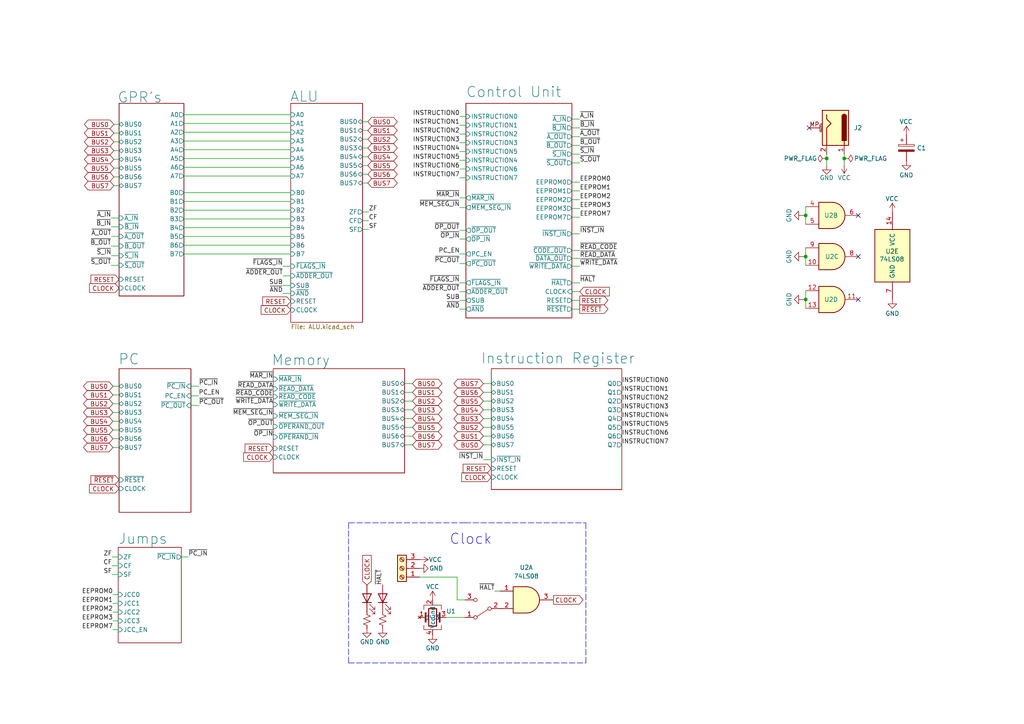
<source format=kicad_sch>
(kicad_sch (version 20211123) (generator eeschema)
  (paper "A4")
  (lib_symbols
    (symbol "74xx:74LS08" (pin_names (offset 1.016))
      (property "Reference" "U" (at 0 1.27 0))
      (property "Value" "74LS08" (at 0 -1.27 0))
      (symbol "74LS08_1_1"
        (arc (start 0 -3.81) (mid 3.81 0) (end 0 3.81) (stroke (width 0.254)) (fill (type background)))
        (polyline (pts (xy 0 3.81) (xy -3.81 3.81) (xy -3.81 -3.81) (xy 0 -3.81)) (stroke (width 0.254)) (fill (type background)))
        (pin input line (at -7.62 2.54 0) (length 3.81) (name "~") (number "1"))
        (pin input line (at -7.62 -2.54 0) (length 3.81) (name "~") (number "2"))
        (pin output line (at 7.62 0 180) (length 3.81) (name "~") (number "3"))
      )
      (symbol "74LS08_1_2"
        (arc (start -3.81 -3.81) (mid -2.589 0) (end -3.81 3.81) (stroke (width 0.254)))
        (arc (start -0.6096 -3.81) (mid 2.1855 -2.584) (end 3.81 0) (stroke (width 0.254)) (fill (type background)))
        (polyline (pts (xy -3.81 -3.81) (xy -0.635 -3.81)) (stroke (width 0.254)) (fill (type background)))
        (polyline (pts (xy -3.81 3.81) (xy -0.635 3.81)) (stroke (width 0.254)) (fill (type background)))
        (polyline (pts (xy -0.635 3.81) (xy -3.81 3.81) (xy -3.81 3.81) (xy -3.556 3.4036) (xy -3.0226 2.2606) (xy -2.6924 1.0414) (xy -2.6162 -0.254) (xy -2.7686 -1.4986) (xy -3.175 -2.7178) (xy -3.81 -3.81) (xy -3.81 -3.81) (xy -0.635 -3.81)) (stroke (width -25.4)) (fill (type background)))
        (arc (start 3.81 0) (mid 2.1928 2.5925) (end -0.6096 3.81) (stroke (width 0.254)) (fill (type background)))
        (pin input inverted (at -7.62 2.54 0) (length 4.318) (name "~") (number "1"))
        (pin input inverted (at -7.62 -2.54 0) (length 4.318) (name "~") (number "2"))
        (pin output inverted (at 7.62 0 180) (length 3.81) (name "~") (number "3"))
      )
      (symbol "74LS08_2_1"
        (arc (start 0 -3.81) (mid 3.81 0) (end 0 3.81) (stroke (width 0.254)) (fill (type background)))
        (polyline (pts (xy 0 3.81) (xy -3.81 3.81) (xy -3.81 -3.81) (xy 0 -3.81)) (stroke (width 0.254)) (fill (type background)))
        (pin input line (at -7.62 2.54 0) (length 3.81) (name "~") (number "4"))
        (pin input line (at -7.62 -2.54 0) (length 3.81) (name "~") (number "5"))
        (pin output line (at 7.62 0 180) (length 3.81) (name "~") (number "6"))
      )
      (symbol "74LS08_2_2"
        (arc (start -3.81 -3.81) (mid -2.589 0) (end -3.81 3.81) (stroke (width 0.254)))
        (arc (start -0.6096 -3.81) (mid 2.1855 -2.584) (end 3.81 0) (stroke (width 0.254)) (fill (type background)))
        (polyline (pts (xy -3.81 -3.81) (xy -0.635 -3.81)) (stroke (width 0.254)) (fill (type background)))
        (polyline (pts (xy -3.81 3.81) (xy -0.635 3.81)) (stroke (width 0.254)) (fill (type background)))
        (polyline (pts (xy -0.635 3.81) (xy -3.81 3.81) (xy -3.81 3.81) (xy -3.556 3.4036) (xy -3.0226 2.2606) (xy -2.6924 1.0414) (xy -2.6162 -0.254) (xy -2.7686 -1.4986) (xy -3.175 -2.7178) (xy -3.81 -3.81) (xy -3.81 -3.81) (xy -0.635 -3.81)) (stroke (width -25.4)) (fill (type background)))
        (arc (start 3.81 0) (mid 2.1928 2.5925) (end -0.6096 3.81) (stroke (width 0.254)) (fill (type background)))
        (pin input inverted (at -7.62 2.54 0) (length 4.318) (name "~") (number "4"))
        (pin input inverted (at -7.62 -2.54 0) (length 4.318) (name "~") (number "5"))
        (pin output inverted (at 7.62 0 180) (length 3.81) (name "~") (number "6"))
      )
      (symbol "74LS08_3_1"
        (arc (start 0 -3.81) (mid 3.81 0) (end 0 3.81) (stroke (width 0.254)) (fill (type background)))
        (polyline (pts (xy 0 3.81) (xy -3.81 3.81) (xy -3.81 -3.81) (xy 0 -3.81)) (stroke (width 0.254)) (fill (type background)))
        (pin input line (at -7.62 -2.54 0) (length 3.81) (name "~") (number "10"))
        (pin output line (at 7.62 0 180) (length 3.81) (name "~") (number "8"))
        (pin input line (at -7.62 2.54 0) (length 3.81) (name "~") (number "9"))
      )
      (symbol "74LS08_3_2"
        (arc (start -3.81 -3.81) (mid -2.589 0) (end -3.81 3.81) (stroke (width 0.254)))
        (arc (start -0.6096 -3.81) (mid 2.1855 -2.584) (end 3.81 0) (stroke (width 0.254)) (fill (type background)))
        (polyline (pts (xy -3.81 -3.81) (xy -0.635 -3.81)) (stroke (width 0.254)) (fill (type background)))
        (polyline (pts (xy -3.81 3.81) (xy -0.635 3.81)) (stroke (width 0.254)) (fill (type background)))
        (polyline (pts (xy -0.635 3.81) (xy -3.81 3.81) (xy -3.81 3.81) (xy -3.556 3.4036) (xy -3.0226 2.2606) (xy -2.6924 1.0414) (xy -2.6162 -0.254) (xy -2.7686 -1.4986) (xy -3.175 -2.7178) (xy -3.81 -3.81) (xy -3.81 -3.81) (xy -0.635 -3.81)) (stroke (width -25.4)) (fill (type background)))
        (arc (start 3.81 0) (mid 2.1928 2.5925) (end -0.6096 3.81) (stroke (width 0.254)) (fill (type background)))
        (pin input inverted (at -7.62 -2.54 0) (length 4.318) (name "~") (number "10"))
        (pin output inverted (at 7.62 0 180) (length 3.81) (name "~") (number "8"))
        (pin input inverted (at -7.62 2.54 0) (length 4.318) (name "~") (number "9"))
      )
      (symbol "74LS08_4_1"
        (arc (start 0 -3.81) (mid 3.81 0) (end 0 3.81) (stroke (width 0.254)) (fill (type background)))
        (polyline (pts (xy 0 3.81) (xy -3.81 3.81) (xy -3.81 -3.81) (xy 0 -3.81)) (stroke (width 0.254)) (fill (type background)))
        (pin output line (at 7.62 0 180) (length 3.81) (name "~") (number "11"))
        (pin input line (at -7.62 2.54 0) (length 3.81) (name "~") (number "12"))
        (pin input line (at -7.62 -2.54 0) (length 3.81) (name "~") (number "13"))
      )
      (symbol "74LS08_4_2"
        (arc (start -3.81 -3.81) (mid -2.589 0) (end -3.81 3.81) (stroke (width 0.254)))
        (arc (start -0.6096 -3.81) (mid 2.1855 -2.584) (end 3.81 0) (stroke (width 0.254)) (fill (type background)))
        (polyline (pts (xy -3.81 -3.81) (xy -0.635 -3.81)) (stroke (width 0.254)) (fill (type background)))
        (polyline (pts (xy -3.81 3.81) (xy -0.635 3.81)) (stroke (width 0.254)) (fill (type background)))
        (polyline (pts (xy -0.635 3.81) (xy -3.81 3.81) (xy -3.81 3.81) (xy -3.556 3.4036) (xy -3.0226 2.2606) (xy -2.6924 1.0414) (xy -2.6162 -0.254) (xy -2.7686 -1.4986) (xy -3.175 -2.7178) (xy -3.81 -3.81) (xy -3.81 -3.81) (xy -0.635 -3.81)) (stroke (width -25.4)) (fill (type background)))
        (arc (start 3.81 0) (mid 2.1928 2.5925) (end -0.6096 3.81) (stroke (width 0.254)) (fill (type background)))
        (pin output inverted (at 7.62 0 180) (length 3.81) (name "~") (number "11"))
        (pin input inverted (at -7.62 2.54 0) (length 4.318) (name "~") (number "12"))
        (pin input inverted (at -7.62 -2.54 0) (length 4.318) (name "~") (number "13"))
      )
      (symbol "74LS08_5_0"
        (pin power_in line (at 0 12.7 270) (length 5.08) (name "VCC") (number "14"))
        (pin power_in line (at 0 -12.7 90) (length 5.08) (name "GND") (number "7"))
      )
      (symbol "74LS08_5_1"
        (rectangle (start -5.08 7.62) (end 5.08 -7.62) (stroke (width 0.254)) (fill (type background)))
      )
    )
    (symbol "Connector:Barrel_Jack_MountingPin" (pin_names hide)
      (property "Reference" "J" (at 0 5.334 0))
      (property "Value" "Barrel_Jack_MountingPin" (at 1.27 -6.35 0))
      (symbol "Barrel_Jack_MountingPin_0_1"
        (rectangle (start -5.08 3.81) (end 5.08 -3.81) (stroke (width 0.254)) (fill (type background)))
        (arc (start -3.302 3.175) (mid -3.937 2.54) (end -3.302 1.905) (stroke (width 0.254)))
        (arc (start -3.302 3.175) (mid -3.937 2.54) (end -3.302 1.905) (stroke (width 0.254)) (fill (type outline)))
        (polyline (pts (xy 5.08 2.54) (xy 3.81 2.54)) (stroke (width 0.254)))
        (polyline (pts (xy -3.81 -2.54) (xy -2.54 -2.54) (xy -1.27 -1.27) (xy 0 -2.54) (xy 2.54 -2.54) (xy 5.08 -2.54)) (stroke (width 0.254)))
        (rectangle (start 3.683 3.175) (end -3.302 1.905) (stroke (width 0.254)) (fill (type outline)))
      )
      (symbol "Barrel_Jack_MountingPin_1_1"
        (polyline (pts (xy -1.016 -4.572) (xy 1.016 -4.572)) (stroke (width 0.1524)))
        (text "Mounting" (at 0 -4.191 0) (effects (font (size 0.381 0.381))))
        (pin passive line (at 7.62 2.54 180) (length 2.54) (name "~") (number "1"))
        (pin passive line (at 7.62 -2.54 180) (length 2.54) (name "~") (number "2"))
        (pin passive line (at 0 -7.62 90) (length 3.048) (name "MountPin") (number "MP"))
      )
    )
    (symbol "Connector:Screw_Terminal_01x03" (pin_names (offset 1.016) hide)
      (property "Reference" "J" (at 0 5.08 0))
      (property "Value" "Screw_Terminal_01x03" (at 0 -5.08 0))
      (symbol "Screw_Terminal_01x03_1_1"
        (rectangle (start -1.27 3.81) (end 1.27 -3.81) (stroke (width 0.254)) (fill (type background)))
        (circle (center 0 -2.54) (radius 0.635) (stroke (width 0.1524)))
        (polyline (pts (xy -0.5334 -2.2098) (xy 0.3302 -3.048)) (stroke (width 0.1524)))
        (polyline (pts (xy -0.5334 0.3302) (xy 0.3302 -0.508)) (stroke (width 0.1524)))
        (polyline (pts (xy -0.5334 2.8702) (xy 0.3302 2.032)) (stroke (width 0.1524)))
        (polyline (pts (xy -0.3556 -2.032) (xy 0.508 -2.8702)) (stroke (width 0.1524)))
        (polyline (pts (xy -0.3556 0.508) (xy 0.508 -0.3302)) (stroke (width 0.1524)))
        (polyline (pts (xy -0.3556 3.048) (xy 0.508 2.2098)) (stroke (width 0.1524)))
        (circle (center 0 0) (radius 0.635) (stroke (width 0.1524)))
        (circle (center 0 2.54) (radius 0.635) (stroke (width 0.1524)))
        (pin passive line (at -5.08 2.54 0) (length 3.81) (name "Pin_1") (number "1"))
        (pin passive line (at -5.08 0 0) (length 3.81) (name "Pin_2") (number "2"))
        (pin passive line (at -5.08 -2.54 0) (length 3.81) (name "Pin_3") (number "3"))
      )
    )
    (symbol "Device:C_Polarized" (pin_numbers hide) (pin_names (offset 0.254))
      (property "Reference" "C" (at 0.635 2.54 0))
      (property "Value" "C_Polarized" (at 0.635 -2.54 0))
      (symbol "C_Polarized_0_1"
        (rectangle (start -2.286 0.508) (end 2.286 1.016))
        (polyline (pts (xy -1.778 2.286) (xy -0.762 2.286)))
        (polyline (pts (xy -1.27 2.794) (xy -1.27 1.778)))
        (rectangle (start 2.286 -0.508) (end -2.286 -1.016) (fill (type outline)))
      )
      (symbol "C_Polarized_1_1"
        (pin passive line (at 0 3.81 270) (length 2.794) (name "~") (number "1"))
        (pin passive line (at 0 -3.81 90) (length 2.794) (name "~") (number "2"))
      )
    )
    (symbol "Device:LED" (pin_numbers hide) (pin_names (offset 1.016) hide)
      (property "Reference" "D" (at 0 2.54 0))
      (property "Value" "LED" (at 0 -2.54 0))
      (symbol "LED_0_1"
        (polyline (pts (xy -1.27 -1.27) (xy -1.27 1.27)) (stroke (width 0.254)))
        (polyline (pts (xy -1.27 0) (xy 1.27 0)))
        (polyline (pts (xy 1.27 -1.27) (xy 1.27 1.27) (xy -1.27 0) (xy 1.27 -1.27)) (stroke (width 0.254)))
        (polyline (pts (xy -3.048 -0.762) (xy -4.572 -2.286) (xy -3.81 -2.286) (xy -4.572 -2.286) (xy -4.572 -1.524)))
        (polyline (pts (xy -1.778 -0.762) (xy -3.302 -2.286) (xy -2.54 -2.286) (xy -3.302 -2.286) (xy -3.302 -1.524)))
      )
      (symbol "LED_1_1"
        (pin passive line (at -3.81 0 0) (length 2.54) (name "K") (number "1"))
        (pin passive line (at 3.81 0 180) (length 2.54) (name "A") (number "2"))
      )
    )
    (symbol "Device:R_Small_US" (pin_numbers hide) (pin_names (offset 0.254) hide)
      (property "Reference" "R" (at 0.762 0.508 0))
      (property "Value" "R_Small_US" (at 0.762 -1.016 0))
      (symbol "R_Small_US_1_1"
        (polyline (pts (xy 0 0) (xy 1.016 -0.381) (xy 0 -0.762) (xy -1.016 -1.143) (xy 0 -1.524)))
        (polyline (pts (xy 0 1.524) (xy 1.016 1.143) (xy 0 0.762) (xy -1.016 0.381) (xy 0 0)))
        (pin passive line (at 0 2.54 270) (length 1.016) (name "~") (number "1"))
        (pin passive line (at 0 -2.54 90) (length 1.016) (name "~") (number "2"))
      )
    )
    (symbol "Stephen:SMD_Crystal"
      (property "Reference" "U" (at 0 7.62 0))
      (property "Value" "SMD_Crystal" (at 0 5.08 0))
      (symbol "SMD_Crystal_0_1"
        (rectangle (start -1.143 -5.08) (end 1.143 -10.16) (stroke (width 0.3048)))
        (polyline (pts (xy -2.54 -7.62) (xy -2.032 -7.62)))
        (polyline (pts (xy -2.032 -8.89) (xy -2.032 -6.35)) (stroke (width 0.508)))
        (polyline (pts (xy 0 -11.43) (xy 0 -11.176)))
        (polyline (pts (xy 0 -4.064) (xy 0 -3.81)))
        (polyline (pts (xy 2.032 -8.89) (xy 2.032 -6.35)) (stroke (width 0.508)))
        (polyline (pts (xy 2.032 -7.62) (xy 2.54 -7.62)))
        (polyline (pts (xy -2.54 -9.906) (xy -2.54 -11.176) (xy 2.54 -11.176) (xy 2.54 -9.906)))
        (polyline (pts (xy -2.54 -5.334) (xy -2.54 -4.064) (xy 2.54 -4.064) (xy 2.54 -5.334)))
      )
      (symbol "SMD_Crystal_1_1"
        (pin no_connect line (at -3.81 -7.62 0) (length 1.27) (name "1") (number "1"))
        (pin power_in line (at 0 -2.54 270) (length 1.27) (name "Gnd") (number "2"))
        (pin passive line (at 3.81 -7.62 180) (length 1.27) (name "3") (number "3"))
        (pin power_in line (at 0 -12.7 90) (length 1.27) (name "Vcc") (number "4"))
      )
    )
    (symbol "Switch:SW_SPDT" (pin_names (offset 0) hide)
      (property "Reference" "SW" (at 0 4.318 0))
      (property "Value" "SW_SPDT" (at 0 -5.08 0))
      (symbol "SW_SPDT_0_0"
        (circle (center -2.032 0) (radius 0.508))
        (circle (center 2.032 -2.54) (radius 0.508))
      )
      (symbol "SW_SPDT_0_1"
        (polyline (pts (xy -1.524 0.254) (xy 1.651 2.286)))
        (circle (center 2.032 2.54) (radius 0.508))
      )
      (symbol "SW_SPDT_1_1"
        (pin passive line (at 5.08 2.54 180) (length 2.54) (name "A") (number "1"))
        (pin passive line (at -5.08 0 0) (length 2.54) (name "B") (number "2"))
        (pin passive line (at 5.08 -2.54 180) (length 2.54) (name "C") (number "3"))
      )
    )
    (symbol "power:GND" (power) (pin_names (offset 0))
      (property "Value" "GND" (at 0 -3.81 0))
      (symbol "GND_0_1"
        (polyline (pts (xy 0 0) (xy 0 -1.27) (xy 1.27 -1.27) (xy 0 -2.54) (xy -1.27 -1.27) (xy 0 -1.27)))
      )
      (symbol "GND_1_1"
        (pin power_in line (at 0 0 270) (length 0) hide (name "GND") (number "1"))
      )
    )
    (symbol "power:PWR_FLAG" (power) (pin_numbers hide) (pin_names (offset 0) hide)
      (property "Value" "PWR_FLAG" (at 0 3.81 0))
      (symbol "PWR_FLAG_0_0"
        (pin power_out line (at 0 0 90) (length 0) (name "pwr") (number "1"))
      )
      (symbol "PWR_FLAG_0_1"
        (polyline (pts (xy 0 0) (xy 0 1.27) (xy -1.016 1.905) (xy 0 2.54) (xy 1.016 1.905) (xy 0 1.27)))
      )
    )
    (symbol "power:VCC" (power) (pin_names (offset 0))
      (property "Value" "VCC" (at 0 3.81 0))
      (symbol "VCC_0_1"
        (polyline (pts (xy -0.762 1.27) (xy 0 2.54)))
        (polyline (pts (xy 0 0) (xy 0 2.54)))
        (polyline (pts (xy 0 2.54) (xy 0.762 1.27)))
      )
      (symbol "VCC_1_1"
        (pin power_in line (at 0 0 90) (length 0) hide (name "VCC") (number "1"))
      )
    )
  )
  (junction (at 233.68 62.484))
  (junction (at 239.776 45.974))
  (junction (at 244.856 45.974))
  (junction (at 233.68 86.868))
  (junction (at 233.68 74.422))
  (no_connect (at 248.92 62.484))
  (no_connect (at 248.92 86.868))
  (no_connect (at 248.92 74.422))
  (no_connect (at 234.696 37.084))
  (wire (pts (xy 53.34 48.514) (xy 84.328 48.514)))
  (wire (pts (xy 165.862 39.624) (xy 168.148 39.624)))
  (wire (pts (xy 133.35 76.454) (xy 135.128 76.454)))
  (wire (pts (xy 165.862 87.122) (xy 168.148 87.122)))
  (wire (pts (xy 133.35 43.942) (xy 135.128 43.942)))
  (wire (pts (xy 134.874 173.99) (xy 132.588 173.99)))
  (wire (pts (xy 105.156 37.846) (xy 106.68 37.846)))
  (wire (pts (xy 133.35 84.582) (xy 135.128 84.582)))
  (wire (pts (xy 53.34 63.5) (xy 84.328 63.5)))
  (wire (pts (xy 117.348 113.792) (xy 119.634 113.792)))
  (wire (pts (xy 142.494 126.492) (xy 140.208 126.492)))
  (wire (pts (xy 160.274 173.99) (xy 160.528 173.99)))
  (wire (pts (xy 57.658 112.014) (xy 55.372 112.014)))
  (wire (pts (xy 129.286 179.07) (xy 134.874 179.07)))
  (wire (pts (xy 233.68 86.868) (xy 233.68 89.408)))
  (wire (pts (xy 53.34 45.974) (xy 84.328 45.974)))
  (wire (pts (xy 34.29 164.084) (xy 32.512 164.084)))
  (wire (pts (xy 133.35 87.122) (xy 135.128 87.122)))
  (wire (pts (xy 105.156 53.086) (xy 106.68 53.086)))
  (wire (pts (xy 142.494 129.032) (xy 140.208 129.032)))
  (wire (pts (xy 32.766 124.714) (xy 34.544 124.714)))
  (wire (pts (xy 53.34 35.814) (xy 84.328 35.814)))
  (wire (pts (xy 239.776 44.704) (xy 239.776 45.974)))
  (wire (pts (xy 133.35 57.404) (xy 135.128 57.404)))
  (wire (pts (xy 165.862 89.662) (xy 168.148 89.662)))
  (wire (pts (xy 143.51 171.45) (xy 145.034 171.45)))
  (wire (pts (xy 82.1008 80.01) (xy 84.328 80.01)))
  (wire (pts (xy 82.042 82.804) (xy 84.328 82.804)))
  (wire (pts (xy 133.35 82.042) (xy 135.128 82.042)))
  (wire (pts (xy 133.35 38.862) (xy 135.128 38.862)))
  (wire (pts (xy 32.766 117.094) (xy 34.544 117.094)))
  (wire (pts (xy 53.34 43.434) (xy 84.328 43.434)))
  (wire (pts (xy 168.148 77.216) (xy 165.862 77.216)))
  (wire (pts (xy 165.862 52.832) (xy 168.148 52.832)))
  (wire (pts (xy 82.042 85.09) (xy 84.328 85.09)))
  (wire (pts (xy 117.348 116.332) (xy 119.634 116.332)))
  (wire (pts (xy 165.862 82.042) (xy 168.148 82.042)))
  (wire (pts (xy 53.34 66.04) (xy 84.328 66.04)))
  (polyline (pts (xy 101.092 192.278) (xy 169.926 192.278)))
  (wire (pts (xy 105.156 50.546) (xy 106.68 50.546)))
  (wire (pts (xy 53.34 40.894) (xy 84.328 40.894)))
  (wire (pts (xy 82.042 77.216) (xy 84.328 77.216)))
  (wire (pts (xy 34.544 36.068) (xy 33.02 36.068)))
  (wire (pts (xy 165.862 37.084) (xy 168.148 37.084)))
  (wire (pts (xy 165.862 57.912) (xy 168.148 57.912)))
  (wire (pts (xy 165.862 62.992) (xy 168.148 62.992)))
  (wire (pts (xy 133.35 33.782) (xy 135.128 33.782)))
  (wire (pts (xy 32.3168 68.58) (xy 34.544 68.58)))
  (wire (pts (xy 142.494 111.252) (xy 140.208 111.252)))
  (wire (pts (xy 34.544 43.688) (xy 33.02 43.688)))
  (wire (pts (xy 233.68 74.422) (xy 233.68 76.962)))
  (wire (pts (xy 165.862 72.644) (xy 168.148 72.644)))
  (wire (pts (xy 53.34 51.054) (xy 84.328 51.054)))
  (wire (pts (xy 105.156 66.548) (xy 106.934 66.548)))
  (wire (pts (xy 32.766 177.546) (xy 34.29 177.546)))
  (wire (pts (xy 244.856 45.974) (xy 244.856 47.752)))
  (wire (pts (xy 34.544 38.608) (xy 33.02 38.608)))
  (wire (pts (xy 57.5992 114.808) (xy 55.372 114.808)))
  (wire (pts (xy 117.348 123.952) (xy 119.634 123.952)))
  (wire (pts (xy 34.544 46.228) (xy 33.02 46.228)))
  (wire (pts (xy 32.258 76.962) (xy 34.544 76.962)))
  (wire (pts (xy 142.494 118.872) (xy 140.208 118.872)))
  (polyline (pts (xy 169.926 192.278) (xy 169.926 151.638)))
  (wire (pts (xy 133.35 73.66) (xy 135.128 73.66)))
  (wire (pts (xy 233.68 59.944) (xy 233.68 62.484)))
  (wire (pts (xy 32.766 129.794) (xy 34.544 129.794)))
  (wire (pts (xy 32.3168 74.168) (xy 34.544 74.168)))
  (wire (pts (xy 133.35 89.662) (xy 135.128 89.662)))
  (wire (pts (xy 32.766 182.626) (xy 34.29 182.626)))
  (wire (pts (xy 244.856 44.704) (xy 244.856 45.974)))
  (wire (pts (xy 233.68 62.484) (xy 233.68 65.024)))
  (wire (pts (xy 32.766 127.254) (xy 34.544 127.254)))
  (wire (pts (xy 233.68 84.328) (xy 233.68 86.868)))
  (wire (pts (xy 142.494 123.952) (xy 140.208 123.952)))
  (wire (pts (xy 53.34 73.66) (xy 84.328 73.66)))
  (wire (pts (xy 32.258 71.374) (xy 34.544 71.374)))
  (wire (pts (xy 233.68 71.882) (xy 233.68 74.422)))
  (wire (pts (xy 53.34 60.96) (xy 84.328 60.96)))
  (wire (pts (xy 32.258 65.786) (xy 34.544 65.786)))
  (wire (pts (xy 232.918 62.484) (xy 233.68 62.484)))
  (wire (pts (xy 53.34 58.42) (xy 84.328 58.42)))
  (wire (pts (xy 117.348 126.492) (xy 119.634 126.492)))
  (wire (pts (xy 32.766 114.554) (xy 34.544 114.554)))
  (wire (pts (xy 165.862 44.704) (xy 168.148 44.704)))
  (wire (pts (xy 133.35 60.198) (xy 135.128 60.198)))
  (wire (pts (xy 133.35 36.322) (xy 135.128 36.322)))
  (wire (pts (xy 142.494 116.332) (xy 140.208 116.332)))
  (wire (pts (xy 53.34 68.58) (xy 84.328 68.58)))
  (wire (pts (xy 133.35 51.562) (xy 135.128 51.562)))
  (wire (pts (xy 165.862 47.244) (xy 168.148 47.244)))
  (wire (pts (xy 165.862 67.818) (xy 168.148 67.818)))
  (wire (pts (xy 32.766 112.014) (xy 34.544 112.014)))
  (wire (pts (xy 165.862 55.372) (xy 168.148 55.372)))
  (wire (pts (xy 32.766 122.174) (xy 34.544 122.174)))
  (wire (pts (xy 32.766 175.006) (xy 34.29 175.006)))
  (wire (pts (xy 34.544 48.768) (xy 33.02 48.768)))
  (wire (pts (xy 34.544 51.308) (xy 33.02 51.308)))
  (wire (pts (xy 34.29 166.624) (xy 32.512 166.624)))
  (wire (pts (xy 53.34 71.12) (xy 84.328 71.12)))
  (polyline (pts (xy 134.874 151.638) (xy 101.092 151.638)))
  (wire (pts (xy 117.348 118.872) (xy 119.634 118.872)))
  (wire (pts (xy 133.35 49.022) (xy 135.128 49.022)))
  (wire (pts (xy 32.766 172.466) (xy 34.29 172.466)))
  (wire (pts (xy 239.776 45.974) (xy 239.776 48.006)))
  (wire (pts (xy 34.29 161.544) (xy 32.512 161.544)))
  (wire (pts (xy 142.494 113.792) (xy 140.208 113.792)))
  (wire (pts (xy 34.544 53.848) (xy 33.02 53.848)))
  (wire (pts (xy 32.258 63.246) (xy 34.544 63.246)))
  (wire (pts (xy 105.156 35.306) (xy 106.68 35.306)))
  (wire (pts (xy 140.208 133.35) (xy 142.494 133.35)))
  (wire (pts (xy 117.348 121.412) (xy 119.634 121.412)))
  (wire (pts (xy 52.578 161.544) (xy 54.61 161.544)))
  (wire (pts (xy 105.156 61.468) (xy 106.934 61.468)))
  (wire (pts (xy 133.35 69.342) (xy 135.128 69.342)))
  (wire (pts (xy 165.862 74.93) (xy 168.148 74.93)))
  (wire (pts (xy 132.588 173.99) (xy 132.588 167.386)))
  (wire (pts (xy 142.494 121.412) (xy 140.208 121.412)))
  (wire (pts (xy 232.918 74.422) (xy 233.68 74.422)))
  (wire (pts (xy 32.766 180.086) (xy 34.29 180.086)))
  (wire (pts (xy 105.156 42.926) (xy 106.68 42.926)))
  (wire (pts (xy 105.156 40.386) (xy 106.68 40.386)))
  (wire (pts (xy 232.918 86.868) (xy 233.68 86.868)))
  (wire (pts (xy 117.348 129.032) (xy 119.634 129.032)))
  (wire (pts (xy 53.34 55.88) (xy 84.328 55.88)))
  (wire (pts (xy 105.156 64.008) (xy 106.934 64.008)))
  (wire (pts (xy 105.156 45.466) (xy 106.68 45.466)))
  (wire (pts (xy 165.862 34.544) (xy 168.148 34.544)))
  (polyline (pts (xy 101.092 151.638) (xy 101.092 192.278)))
  (wire (pts (xy 165.862 42.164) (xy 168.148 42.164)))
  (wire (pts (xy 34.544 41.148) (xy 33.02 41.148)))
  (wire (pts (xy 133.35 46.482) (xy 135.128 46.482)))
  (wire (pts (xy 165.862 84.582) (xy 168.148 84.582)))
  (wire (pts (xy 132.588 167.386) (xy 121.666 167.386)))
  (wire (pts (xy 117.348 111.252) (xy 119.634 111.252)))
  (polyline (pts (xy 134.874 151.638) (xy 169.926 151.638)))
  (wire (pts (xy 53.34 38.354) (xy 84.328 38.354)))
  (wire (pts (xy 105.156 48.006) (xy 106.68 48.006)))
  (wire (pts (xy 133.35 41.402) (xy 135.128 41.402)))
  (wire (pts (xy 57.658 117.602) (xy 55.372 117.602)))
  (wire (pts (xy 165.862 60.452) (xy 168.148 60.452)))
  (wire (pts (xy 53.34 33.274) (xy 84.328 33.274)))
  (wire (pts (xy 133.35 66.802) (xy 135.128 66.802)))
  (wire (pts (xy 32.766 119.634) (xy 34.544 119.634)))
  (text "Clock" (at 130.302 158.242 0) (effects (font (size 3 3)) (justify left bottom)))
  (label "INSTRUCTION0" (at 180.34 111.252 0))
  (label "~{A_IN}" (at 32.258 63.246 180))
  (label "EEPROM3" (at 168.148 60.452 0))
  (label "~{OP_IN}" (at 133.35 69.342 180))
  (label "EEPROM2" (at 32.766 177.546 180))
  (label "INSTRUCTION3" (at 133.35 41.402 180))
  (label "~{A_IN}" (at 168.148 34.544 0))
  (label "INSTRUCTION7" (at 133.35 51.562 180))
  (label "~{WRITE_DATA}" (at 79.248 117.348 180))
  (label "~{ADDER_OUT}" (at 133.35 84.582 180))
  (label "~{A_OUT}" (at 168.148 39.624 0))
  (label "~{INST_IN}" (at 168.148 67.818 0))
  (label "~{FLAGS_IN}" (at 82.042 77.216 180))
  (label "~{PC_IN}" (at 57.658 112.014 0))
  (label "PC_EN" (at 57.5992 114.808 0))
  (label "SF" (at 106.934 66.548 0))
  (label "~{B_OUT}" (at 168.148 42.164 0))
  (label "~{READ_DATA}" (at 168.148 74.93 0))
  (label "~{B_IN}" (at 168.148 37.084 0))
  (label "~{HALT}" (at 110.998 169.672 90))
  (label "SUB" (at 133.35 87.122 180))
  (label "INSTRUCTION0" (at 133.35 33.782 180))
  (label "~{S_IN}" (at 168.148 44.704 0))
  (label "~{MAR_IN}" (at 79.248 109.982 180))
  (label "EEPROM1" (at 32.766 175.006 180))
  (label "EEPROM2" (at 168.148 57.912 0))
  (label "~{INST_IN}" (at 140.208 133.35 180))
  (label "~{AND}" (at 133.35 89.662 180))
  (label "SF" (at 32.512 166.624 180))
  (label "~{B_IN}" (at 32.258 65.786 180))
  (label "~{A_OUT}" (at 32.3168 68.58 180))
  (label "EEPROM7" (at 168.148 62.992 0))
  (label "INSTRUCTION2" (at 180.34 116.332 0))
  (label "ZF" (at 32.512 161.544 180))
  (label "INSTRUCTION4" (at 133.35 43.942 180))
  (label "~{FLAGS_IN}" (at 133.35 82.042 180))
  (label "PC_EN" (at 133.35 73.66 180))
  (label "~{OP_OUT}" (at 79.248 123.698 180))
  (label "~{MEM_SEG_IN}" (at 133.35 60.198 180))
  (label "~{S_IN}" (at 32.3168 74.168 180))
  (label "~{READ_DATA}" (at 79.248 112.776 180))
  (label "~{HALT}" (at 143.51 171.45 180))
  (label "~{READ_CODE}" (at 79.248 115.062 180))
  (label "~{OP_IN}" (at 79.248 126.746 180))
  (label "INSTRUCTION1" (at 133.35 36.322 180))
  (label "~{READ_CODE}" (at 168.148 72.644 0))
  (label "EEPROM3" (at 32.766 180.086 180))
  (label "EEPROM7" (at 32.766 182.626 180))
  (label "~{S_OUT}" (at 32.258 76.962 180))
  (label "~{MAR_IN}" (at 133.35 57.404 180))
  (label "INSTRUCTION6" (at 133.35 49.022 180))
  (label "EEPROM0" (at 32.766 172.466 180))
  (label "~{B_OUT}" (at 32.258 71.374 180))
  (label "EEPROM1" (at 168.148 55.372 0))
  (label "INSTRUCTION6" (at 180.34 126.492 0))
  (label "INSTRUCTION2" (at 133.35 38.862 180))
  (label "EEPROM0" (at 168.148 52.832 0))
  (label "~{ADDER_OUT}" (at 82.1008 80.01 180))
  (label "INSTRUCTION5" (at 180.34 123.952 0))
  (label "CF" (at 106.934 64.008 0))
  (label "INSTRUCTION5" (at 133.35 46.482 180))
  (label "ZF" (at 106.934 61.468 0))
  (label "~{MEM_SEG_IN}" (at 79.248 120.65 180))
  (label "INSTRUCTION4" (at 180.34 121.412 0))
  (label "~{OP_OUT}" (at 133.35 66.802 180))
  (label "INSTRUCTION3" (at 180.34 118.872 0))
  (label "INSTRUCTION1" (at 180.34 113.792 0))
  (label "~{PC_IN}" (at 54.61 161.544 0))
  (label "~{WRITE_DATA}" (at 168.148 77.216 0))
  (label "CF" (at 32.512 164.084 180))
  (label "~{S_OUT}" (at 168.148 47.244 0))
  (label "~{AND}" (at 82.042 85.09 180))
  (label "~{PC_OUT}" (at 57.658 117.602 0))
  (label "~{PC_OUT}" (at 133.35 76.454 180))
  (label "~{HALT}" (at 168.148 82.042 0))
  (label "INSTRUCTION7" (at 180.34 129.032 0))
  (label "SUB" (at 82.042 82.804 180))
  (global_label "BUS7" (shape tri_state) (at 33.02 53.848 180) (property "Intersheet References" "${INTERSHEET_REFS}" (effects hide)))
  (global_label "BUS2" (shape tri_state) (at 140.208 123.952 180) (property "Intersheet References" "${INTERSHEET_REFS}" (effects hide)))
  (global_label "BUS2" (shape tri_state) (at 33.02 41.148 180) (property "Intersheet References" "${INTERSHEET_REFS}" (effects hide)))
  (global_label "BUS7" (shape tri_state) (at 119.634 129.032 0) (property "Intersheet References" "${INTERSHEET_REFS}" (effects hide)))
  (global_label "BUS0" (shape tri_state) (at 119.634 111.252 0) (property "Intersheet References" "${INTERSHEET_REFS}" (effects hide)))
  (global_label "BUS5" (shape tri_state) (at 33.02 48.768 180) (property "Intersheet References" "${INTERSHEET_REFS}" (effects hide)))
  (global_label "BUS4" (shape tri_state) (at 119.634 121.412 0) (property "Intersheet References" "${INTERSHEET_REFS}" (effects hide)))
  (global_label "CLOCK" (shape input) (at 84.328 89.916 180) (property "Intersheet References" "${INTERSHEET_REFS}" (effects hide)))
  (global_label "BUS7" (shape tri_state) (at 106.68 53.086 0) (property "Intersheet References" "${INTERSHEET_REFS}" (effects hide)))
  (global_label "BUS3" (shape tri_state) (at 106.68 42.926 0) (property "Intersheet References" "${INTERSHEET_REFS}" (effects hide)))
  (global_label "BUS0" (shape tri_state) (at 33.02 36.068 180) (property "Intersheet References" "${INTERSHEET_REFS}" (effects hide)))
  (global_label "BUS3" (shape tri_state) (at 119.634 118.872 0) (property "Intersheet References" "${INTERSHEET_REFS}" (effects hide)))
  (global_label "CLOCK" (shape input) (at 34.544 141.732 180) (property "Intersheet References" "${INTERSHEET_REFS}" (effects hide)))
  (global_label "BUS3" (shape tri_state) (at 33.02 43.688 180) (property "Intersheet References" "${INTERSHEET_REFS}" (effects hide)))
  (global_label "CLOCK" (shape input) (at 142.494 138.43 180) (property "Intersheet References" "${INTERSHEET_REFS}" (effects hide)))
  (global_label "BUS4" (shape tri_state) (at 32.766 122.174 180) (property "Intersheet References" "${INTERSHEET_REFS}" (effects hide)))
  (global_label "~{RESET}" (shape output) (at 168.148 89.662 0) (property "Intersheet References" "${INTERSHEET_REFS}" (effects hide)))
  (global_label "BUS2" (shape tri_state) (at 119.634 116.332 0) (property "Intersheet References" "${INTERSHEET_REFS}" (effects hide)))
  (global_label "RESET" (shape input) (at 84.328 87.376 180) (property "Intersheet References" "${INTERSHEET_REFS}" (effects hide)))
  (global_label "BUS6" (shape tri_state) (at 33.02 51.308 180) (property "Intersheet References" "${INTERSHEET_REFS}" (effects hide)))
  (global_label "BUS1" (shape tri_state) (at 32.766 114.554 180) (property "Intersheet References" "${INTERSHEET_REFS}" (effects hide)))
  (global_label "BUS2" (shape tri_state) (at 32.766 117.094 180) (property "Intersheet References" "${INTERSHEET_REFS}" (effects hide)))
  (global_label "BUS4" (shape tri_state) (at 140.208 118.872 180) (property "Intersheet References" "${INTERSHEET_REFS}" (effects hide)))
  (global_label "BUS7" (shape tri_state) (at 140.208 111.252 180) (property "Intersheet References" "${INTERSHEET_REFS}" (effects hide)))
  (global_label "BUS0" (shape tri_state) (at 106.68 35.306 0) (property "Intersheet References" "${INTERSHEET_REFS}" (effects hide)))
  (global_label "BUS7" (shape tri_state) (at 32.766 129.794 180) (property "Intersheet References" "${INTERSHEET_REFS}" (effects hide)))
  (global_label "BUS5" (shape tri_state) (at 106.68 48.006 0) (property "Intersheet References" "${INTERSHEET_REFS}" (effects hide)))
  (global_label "BUS6" (shape tri_state) (at 140.208 113.792 180) (property "Intersheet References" "${INTERSHEET_REFS}" (effects hide)))
  (global_label "BUS6" (shape tri_state) (at 106.68 50.546 0) (property "Intersheet References" "${INTERSHEET_REFS}" (effects hide)))
  (global_label "BUS4" (shape tri_state) (at 33.02 46.228 180) (property "Intersheet References" "${INTERSHEET_REFS}" (effects hide)))
  (global_label "BUS1" (shape tri_state) (at 106.68 37.846 0) (property "Intersheet References" "${INTERSHEET_REFS}" (effects hide)))
  (global_label "BUS6" (shape tri_state) (at 119.634 126.492 0) (property "Intersheet References" "${INTERSHEET_REFS}" (effects hide)))
  (global_label "BUS1" (shape tri_state) (at 33.02 38.608 180) (property "Intersheet References" "${INTERSHEET_REFS}" (effects hide)))
  (global_label "RESET" (shape output) (at 168.148 87.122 0) (property "Intersheet References" "${INTERSHEET_REFS}" (effects hide)))
  (global_label "CLOCK" (shape input) (at 168.148 84.582 0) (property "Intersheet References" "${INTERSHEET_REFS}" (effects hide)))
  (global_label "~{RESET}" (shape input) (at 34.544 139.192 180) (property "Intersheet References" "${INTERSHEET_REFS}" (effects hide)))
  (global_label "BUS0" (shape tri_state) (at 140.208 129.032 180) (property "Intersheet References" "${INTERSHEET_REFS}" (effects hide)))
  (global_label "BUS1" (shape tri_state) (at 140.208 126.492 180) (property "Intersheet References" "${INTERSHEET_REFS}" (effects hide)))
  (global_label "CLOCK" (shape output) (at 160.528 173.99 0) (property "Intersheet References" "${INTERSHEET_REFS}" (effects hide)))
  (global_label "BUS0" (shape tri_state) (at 32.766 112.014 180) (property "Intersheet References" "${INTERSHEET_REFS}" (effects hide)))
  (global_label "CLOCK" (shape input) (at 79.248 132.588 180) (property "Intersheet References" "${INTERSHEET_REFS}" (effects hide)))
  (global_label "BUS2" (shape tri_state) (at 106.68 40.386 0) (property "Intersheet References" "${INTERSHEET_REFS}" (effects hide)))
  (global_label "CLOCK" (shape input) (at 34.544 83.566 180) (property "Intersheet References" "${INTERSHEET_REFS}" (effects hide)))
  (global_label "BUS4" (shape tri_state) (at 106.68 45.466 0) (property "Intersheet References" "${INTERSHEET_REFS}" (effects hide)))
  (global_label "CLOCK" (shape input) (at 106.426 169.672 90) (property "Intersheet References" "${INTERSHEET_REFS}" (effects hide)))
  (global_label "BUS6" (shape tri_state) (at 32.766 127.254 180) (property "Intersheet References" "${INTERSHEET_REFS}" (effects hide)))
  (global_label "BUS1" (shape tri_state) (at 119.634 113.792 0) (property "Intersheet References" "${INTERSHEET_REFS}" (effects hide)))
  (global_label "RESET" (shape input) (at 34.544 81.026 180) (property "Intersheet References" "${INTERSHEET_REFS}" (effects hide)))
  (global_label "BUS5" (shape tri_state) (at 32.766 124.714 180) (property "Intersheet References" "${INTERSHEET_REFS}" (effects hide)))
  (global_label "RESET" (shape input) (at 142.494 135.89 180) (property "Intersheet References" "${INTERSHEET_REFS}" (effects hide)))
  (global_label "RESET" (shape input) (at 79.248 130.048 180) (property "Intersheet References" "${INTERSHEET_REFS}" (effects hide)))
  (global_label "BUS3" (shape tri_state) (at 32.766 119.634 180) (property "Intersheet References" "${INTERSHEET_REFS}" (effects hide)))
  (global_label "BUS5" (shape tri_state) (at 119.634 123.952 0) (property "Intersheet References" "${INTERSHEET_REFS}" (effects hide)))
  (global_label "BUS5" (shape tri_state) (at 140.208 116.332 180) (property "Intersheet References" "${INTERSHEET_REFS}" (effects hide)))
  (global_label "BUS3" (shape tri_state) (at 140.208 121.412 180) (property "Intersheet References" "${INTERSHEET_REFS}" (effects hide)))
  (symbol (lib_id "power:GND") (at 232.918 86.868 270) (unit 1)
    (property "Reference" "#PWR09" (effects hide))
    (property "Value" "GND" (at 228.854 86.868 0))
  )
  (symbol (lib_id "Device:R_Small_US") (at 110.998 179.832 0) (unit 1)
    (property "Reference" "R2" (effects hide))
    (property "Value" "R_Small_US" (effects hide))
    (property "Footprint" "Resistor_SMD:R_0805_2012Metric" (effects hide))
  )
  (symbol (lib_id "power:GND") (at 125.476 184.15 0) (mirror y) (unit 1)
    (property "Reference" "#PWR06" (effects hide))
    (property "Value" "GND" (at 125.476 187.96 0))
  )
  (symbol (lib_id "power:GND") (at 239.776 48.006 0) (unit 1)
    (property "Reference" "#PWR010" (effects hide))
    (property "Value" "GND" (at 239.776 51.562 0))
  )
  (symbol (lib_id "power:GND") (at 106.426 182.372 0) (mirror y) (unit 1)
    (property "Reference" "#PWR01" (effects hide))
    (property "Value" "GND" (at 106.426 186.182 0))
  )
  (symbol (lib_id "Connector:Screw_Terminal_01x03") (at 116.586 164.846 180) (unit 1)
    (property "Reference" "J1" (effects hide))
    (property "Value" "Screw_Terminal_01x03" (effects hide))
    (property "Footprint" "TerminalBlock_Phoenix:TerminalBlock_Phoenix_MKDS-1,5-3_1x03_P5.00mm_Horizontal" (effects hide))
  )
  (symbol (lib_id "Switch:SW_SPDT") (at 139.954 176.53 180) (unit 1)
    (property "Reference" "SW1" (effects hide))
    (property "Value" "SW_SPDT" (effects hide))
    (property "Footprint" "Stephenv6:THT-DPDT" (effects hide))
  )
  (symbol (lib_id "Device:C_Polarized") (at 262.89 42.926 0) (unit 1)
    (property "Reference" "C1" (at 265.938 42.926 0) (effects (justify left)))
    (property "Value" "C_Polarized" (effects hide))
    (property "Footprint" "Capacitor_SMD:CP_Elec_4x3" (effects hide))
  )
  (symbol (lib_id "power:GND") (at 232.918 74.422 270) (unit 1)
    (property "Reference" "#PWR08" (effects hide))
    (property "Value" "GND" (at 228.854 74.422 0))
  )
  (symbol (lib_id "power:VCC") (at 262.89 39.116 0) (unit 1)
    (property "Reference" "#PWR014" (effects hide))
    (property "Value" "VCC" (at 260.858 35.306 0) (effects (justify left)))
  )
  (symbol (lib_id "power:GND") (at 258.826 86.868 0) (unit 1)
    (property "Reference" "#PWR013" (effects hide))
    (property "Value" "GND" (at 258.826 90.932 0))
  )
  (symbol (lib_id "74xx:74LS08") (at 241.3 62.484 0) (unit 2)
    (property "Reference" "U2" (at 241.046 62.484 0))
    (property "Value" "74LS08" (effects hide))
    (property "Footprint" "Package_SO:TSSOP-14_4.4x5mm_P0.65mm" (effects hide))
    (property "Datasheet" "http://www.ti.com/lit/gpn/sn74LS08" (effects hide))
  )
  (symbol (lib_id "power:VCC") (at 125.476 173.99 0) (mirror y) (unit 1)
    (property "Reference" "#PWR05" (effects hide))
    (property "Value" "VCC" (at 125.476 170.18 0))
  )
  (symbol (lib_id "Connector:Barrel_Jack_MountingPin") (at 242.316 37.084 270) (unit 1)
    (property "Reference" "J2" (at 247.65 37.0839 90) (effects (justify left)))
    (property "Value" "Barrel_Jack_MountingPin" (effects hide))
    (property "Footprint" "Connector_BarrelJack:BarrelJack_Horizontal" (effects hide))
  )
  (symbol (lib_id "power:GND") (at 110.998 182.372 0) (mirror y) (unit 1)
    (property "Reference" "#PWR02" (effects hide))
    (property "Value" "GND" (at 110.998 186.182 0))
  )
  (symbol (lib_id "74xx:74LS08") (at 258.826 74.168 0) (unit 5)
    (property "Reference" "U2" (at 256.794 72.898 0) (effects (justify left)))
    (property "Value" "74LS08" (at 255.016 75.184 0) (effects (justify left)))
    (property "Footprint" "Package_SO:TSSOP-14_4.4x5mm_P0.65mm" (effects hide))
    (property "Datasheet" "http://www.ti.com/lit/gpn/sn74LS08" (effects hide))
  )
  (symbol (lib_id "74xx:74LS08") (at 241.3 86.868 0) (unit 4)
    (property "Reference" "U2" (at 241.046 86.868 0))
    (property "Value" "74LS08" (effects hide))
    (property "Footprint" "Package_SO:TSSOP-14_4.4x5mm_P0.65mm" (effects hide))
    (property "Datasheet" "http://www.ti.com/lit/gpn/sn74LS08" (effects hide))
  )
  (symbol (lib_id "power:PWR_FLAG") (at 244.856 45.974 270) (unit 1)
    (property "Reference" "#FLG02" (effects hide))
    (property "Value" "PWR_FLAG" (at 247.65 45.974 90) (effects (justify left)))
  )
  (symbol (lib_id "power:VCC") (at 244.856 47.752 180) (unit 1)
    (property "Reference" "#PWR011" (effects hide))
    (property "Value" "VCC" (at 244.856 51.562 0))
  )
  (symbol (lib_id "Device:R_Small_US") (at 106.426 179.832 0) (unit 1)
    (property "Reference" "R1" (effects hide))
    (property "Value" "R_Small_US" (effects hide))
    (property "Footprint" "Resistor_SMD:R_0805_2012Metric" (effects hide))
  )
  (symbol (lib_id "power:GND") (at 121.666 164.846 90) (mirror x) (unit 1)
    (property "Reference" "#PWR04" (effects hide))
    (property "Value" "GND" (at 126.492 164.846 90))
  )
  (symbol (lib_id "power:VCC") (at 258.826 61.468 0) (unit 1)
    (property "Reference" "#PWR012" (effects hide))
    (property "Value" "VCC" (at 256.794 57.658 0) (effects (justify left)))
  )
  (symbol (lib_id "Device:LED") (at 106.426 173.482 90) (unit 1)
    (property "Reference" "D1" (effects hide))
    (property "Value" "LED" (effects hide))
    (property "Footprint" "LED_SMD:LED_0805_2012Metric" (effects hide))
  )
  (symbol (lib_id "Stephen:SMD_Crystal") (at 125.476 171.45 0) (unit 1)
    (property "Reference" "U1" (at 130.81 177.2793 0))
    (property "Value" "SMD_Crystal" (effects hide))
    (property "Footprint" "Stephenv6:CFPS-72 SMD Clock" (effects hide))
  )
  (symbol (lib_id "74xx:74LS08") (at 152.654 173.99 0) (unit 1)
    (property "Reference" "U2" (at 152.654 164.592 0))
    (property "Value" "74LS08" (at 152.654 167.132 0))
    (property "Footprint" "Package_SO:TSSOP-14_4.4x5mm_P0.65mm" (effects hide))
    (property "Datasheet" "http://www.ti.com/lit/gpn/sn74LS08" (effects hide))
  )
  (symbol (lib_id "74xx:74LS08") (at 241.3 74.422 0) (unit 3)
    (property "Reference" "U2" (at 241.3 74.422 0))
    (property "Value" "74LS08" (effects hide))
    (property "Footprint" "Package_SO:TSSOP-14_4.4x5mm_P0.65mm" (effects hide))
    (property "Datasheet" "http://www.ti.com/lit/gpn/sn74LS08" (effects hide))
  )
  (symbol (lib_id "power:GND") (at 262.89 46.736 0) (unit 1)
    (property "Reference" "#PWR015" (effects hide))
    (property "Value" "GND" (at 262.89 50.8 0))
  )
  (symbol (lib_id "Device:LED") (at 110.998 173.482 90) (unit 1)
    (property "Reference" "D2" (effects hide))
    (property "Value" "LED" (effects hide))
    (property "Footprint" "LED_SMD:LED_0805_2012Metric" (effects hide))
  )
  (symbol (lib_id "power:PWR_FLAG") (at 239.776 45.974 90) (unit 1)
    (property "Reference" "#FLG01" (effects hide))
    (property "Value" "PWR_FLAG" (at 236.982 45.974 90) (effects (justify left)))
  )
  (symbol (lib_id "power:VCC") (at 121.666 162.306 270) (mirror x) (unit 1)
    (property "Reference" "#PWR03" (effects hide))
    (property "Value" "VCC" (at 126.238 162.306 90))
  )
  (symbol (lib_id "power:GND") (at 232.918 62.484 270) (unit 1)
    (property "Reference" "#PWR07" (effects hide))
    (property "Value" "GND" (at 228.854 62.484 0))
  )
  (sheet (at 34.544 106.934) (size 20.828 41.656) (stroke (width 0.1524))
    (property "Sheet name" "PC" (at 34.29 105.918 0) (effects (font (size 3 3)) (justify left bottom)))
    (property "Sheet file" "program-counter.kicad_sch" (effects hide))
    (pin "~{PC_OUT}" input (at 55.372 117.602 0))
    (pin "~{RESET}" input (at 34.544 139.192 180))
    (pin "CLOCK" input (at 34.544 141.732 180))
    (pin "PC_EN" input (at 55.372 114.808 0))
    (pin "~{PC_IN}" input (at 55.372 112.014 0))
    (pin "BUS0" tri_state (at 34.544 112.014 180))
    (pin "BUS1" tri_state (at 34.544 114.554 180))
    (pin "BUS2" tri_state (at 34.544 117.094 180))
    (pin "BUS3" tri_state (at 34.544 119.634 180))
    (pin "BUS5" tri_state (at 34.544 124.714 180))
    (pin "BUS7" tri_state (at 34.544 129.794 180))
    (pin "BUS4" tri_state (at 34.544 122.174 180))
    (pin "BUS6" tri_state (at 34.544 127.254 180))
  )
  (sheet (at 79.248 106.934) (size 38.1 30.226) (stroke (width 0.1524))
    (property "Sheet name" "Memory" (at 78.74 106.172 0) (effects (font (size 3 3)) (justify left bottom)))
    (property "Sheet file" "memory.kicad_sch" (effects hide))
    (pin "BUS1" tri_state (at 117.348 113.792 0))
    (pin "BUS0" tri_state (at 117.348 111.252 0))
    (pin "BUS2" tri_state (at 117.348 116.332 0))
    (pin "BUS4" tri_state (at 117.348 121.412 0))
    (pin "BUS6" tri_state (at 117.348 126.492 0))
    (pin "BUS7" tri_state (at 117.348 129.032 0))
    (pin "BUS3" tri_state (at 117.348 118.872 0))
    (pin "BUS5" tri_state (at 117.348 123.952 0))
    (pin "RESET" input (at 79.248 130.048 180))
    (pin "CLOCK" input (at 79.248 132.588 180))
    (pin "~{MEM_SEG_IN}" input (at 79.248 120.65 180))
    (pin "~{MAR_IN}" input (at 79.248 109.982 180))
    (pin "~{OPERAND_OUT}" input (at 79.248 123.698 180))
    (pin "~{OPERAND_IN}" input (at 79.248 126.746 180))
    (pin "~{READ_DATA}" input (at 79.248 112.776 180))
    (pin "~{READ_CODE}" input (at 79.248 115.062 180))
    (pin "~{WRITE_DATA}" input (at 79.248 117.348 180))
  )
  (sheet (at 84.328 29.972) (size 20.828 63.5) (stroke (width 0.1524))
    (property "Sheet name" "ALU" (at 84.074 29.718 0) (effects (font (size 3 3)) (justify left bottom)))
    (property "Sheet file" "ALU.kicad_sch" (at 84.328 94.0566 0) (effects (justify left top)))
    (pin "A0" input (at 84.328 33.274 180))
    (pin "BUS7" tri_state (at 105.156 53.086 0))
    (pin "BUS1" tri_state (at 105.156 37.846 0))
    (pin "BUS0" tri_state (at 105.156 35.306 0))
    (pin "BUS6" tri_state (at 105.156 50.546 0))
    (pin "BUS4" tri_state (at 105.156 45.466 0))
    (pin "BUS2" tri_state (at 105.156 40.386 0))
    (pin "ZF" output (at 105.156 61.468 0))
    (pin "CF" output (at 105.156 64.008 0))
    (pin "SF" output (at 105.156 66.548 0))
    (pin "B6" input (at 84.328 71.12 180))
    (pin "B4" input (at 84.328 66.04 180))
    (pin "B3" input (at 84.328 63.5 180))
    (pin "B5" input (at 84.328 68.58 180))
    (pin "B7" input (at 84.328 73.66 180))
    (pin "SUB" input (at 84.328 82.804 180))
    (pin "B1" input (at 84.328 58.42 180))
    (pin "B2" input (at 84.328 60.96 180))
    (pin "B0" input (at 84.328 55.88 180))
    (pin "A5" input (at 84.328 45.974 180))
    (pin "A4" input (at 84.328 43.434 180))
    (pin "A6" input (at 84.328 48.514 180))
    (pin "A7" input (at 84.328 51.054 180))
    (pin "A1" input (at 84.328 35.814 180))
    (pin "A3" input (at 84.328 40.894 180))
    (pin "A2" input (at 84.328 38.354 180))
    (pin "RESET" input (at 84.328 87.376 180))
    (pin "~{FLAGS_IN}" input (at 84.328 77.216 180))
    (pin "CLOCK" input (at 84.328 89.916 180))
    (pin "BUS5" tri_state (at 105.156 48.006 0))
    (pin "BUS3" tri_state (at 105.156 42.926 0))
    (pin "~{AND}" input (at 84.328 85.09 180))
    (pin "~{ADDER_OUT}" input (at 84.328 80.01 180))
  )
  (sheet (at 34.29 158.75) (size 18.288 27.686) (stroke (width 0.1524))
    (property "Sheet name" "Jumps" (at 34.29 157.988 0) (effects (font (size 3 3)) (justify left bottom)))
    (property "Sheet file" "jumps.kicad_sch" (effects hide))
    (pin "ZF" input (at 34.29 161.544 180))
    (pin "CF" input (at 34.29 164.084 180))
    (pin "SF" input (at 34.29 166.624 180))
    (pin "~{PC_IN}" output (at 52.578 161.544 0))
    (pin "JCC3" input (at 34.29 180.086 180))
    (pin "JCC2" input (at 34.29 177.546 180))
    (pin "JCC0" input (at 34.29 172.466 180))
    (pin "JCC1" input (at 34.29 175.006 180))
    (pin "JCC_EN" input (at 34.29 182.626 180))
  )
  (sheet (at 135.128 29.972) (size 30.734 62.23) (stroke (width 0.1524))
    (property "Sheet name" "Control Unit" (at 135.128 28.3954 0) (effects (font (size 3 3)) (justify left bottom)))
    (property "Sheet file" "control.kicad_sch" (effects hide))
    (pin "SUB" output (at 135.128 87.122 180))
    (pin "~{A_IN}" output (at 165.862 34.544 0))
    (pin "EEPROM7" output (at 165.862 62.992 0))
    (pin "~{B_IN}" output (at 165.862 37.084 0))
    (pin "~{MAR_IN}" output (at 135.128 57.404 180))
    (pin "~{FLAGS_IN}" output (at 135.128 82.042 180))
    (pin "PC_EN" output (at 135.128 73.66 180))
    (pin "EEPROM2" output (at 165.862 57.912 0))
    (pin "EEPROM1" output (at 165.862 55.372 0))
    (pin "EEPROM0" output (at 165.862 52.832 0))
    (pin "EEPROM3" output (at 165.862 60.452 0))
    (pin "~{S_IN}" output (at 165.862 44.704 0))
    (pin "~{INST_IN}" output (at 165.862 67.818 0))
    (pin "~{OP_IN}" output (at 135.128 69.342 180))
    (pin "~{MEM_SEG_IN}" output (at 135.128 60.198 180))
    (pin "~{WRITE_DATA}" output (at 165.862 77.216 0))
    (pin "~{OP_OUT}" output (at 135.128 66.802 180))
    (pin "~{ADDER_OUT}" output (at 135.128 84.582 180))
    (pin "~{B_OUT}" output (at 165.862 42.164 0))
    (pin "~{PC_OUT}" output (at 135.128 76.454 180))
    (pin "~{A_OUT}" output (at 165.862 39.624 0))
    (pin "~{S_OUT}" output (at 165.862 47.244 0))
    (pin "INSTRUCTION0" input (at 135.128 33.782 180))
    (pin "INSTRUCTION2" input (at 135.128 38.862 180))
    (pin "INSTRUCTION6" input (at 135.128 49.022 180))
    (pin "INSTRUCTION1" input (at 135.128 36.322 180))
    (pin "INSTRUCTION4" input (at 135.128 46.482 180))
    (pin "INSTRUCTION3" input (at 135.128 41.402 180))
    (pin "INSTRUCTION7" input (at 135.128 51.562 180))
    (pin "INSTRUCTION5" input (at 135.128 43.942 180))
    (pin "~{RESET}" output (at 165.862 89.662 0))
    (pin "RESET" output (at 165.862 87.122 0))
    (pin "CLOCK" input (at 165.862 84.582 0))
    (pin "~{HALT}" output (at 165.862 82.042 0))
    (pin "~{AND}" output (at 135.128 89.662 180))
    (pin "~{CODE_OUT}" output (at 165.862 72.644 0))
    (pin "~{DATA_OUT}" output (at 165.862 74.93 0))
  )
  (sheet (at 142.494 106.934) (size 37.846 35.052) (stroke (width 0.1524))
    (property "Sheet name" "Instruction Register" (at 139.446 105.664 0) (effects (font (size 3 3)) (justify left bottom)))
    (property "Sheet file" "instruction.kicad_sch" (effects hide))
    (pin "RESET" input (at 142.494 135.89 180))
    (pin "CLOCK" input (at 142.494 138.43 180))
    (pin "~{INST_IN}" input (at 142.494 133.35 180))
    (pin "BUS4" tri_state (at 142.494 121.412 180))
    (pin "BUS7" tri_state (at 142.494 129.032 180))
    (pin "BUS5" tri_state (at 142.494 123.952 180))
    (pin "BUS6" tri_state (at 142.494 126.492 180))
    (pin "BUS3" tri_state (at 142.494 118.872 180))
    (pin "BUS2" tri_state (at 142.494 116.332 180))
    (pin "BUS1" tri_state (at 142.494 113.792 180))
    (pin "BUS0" tri_state (at 142.494 111.252 180))
    (pin "Q0" output (at 180.34 111.252 0))
    (pin "Q1" output (at 180.34 113.792 0))
    (pin "Q2" output (at 180.34 116.332 0))
    (pin "Q3" output (at 180.34 118.872 0))
    (pin "Q4" output (at 180.34 121.412 0))
    (pin "Q5" output (at 180.34 123.952 0))
    (pin "Q6" output (at 180.34 126.492 0))
    (pin "Q7" output (at 180.34 129.032 0))
  )
  (sheet (at 34.544 29.972) (size 18.796 55.88) (stroke (width 0.1524))
    (property "Sheet name" "GPR's" (at 34.036 29.972 0) (effects (font (size 3 3)) (justify left bottom)))
    (property "Sheet file" "general-purpose-registers.kicad_sch" (effects hide))
    (pin "BUS4" tri_state (at 34.544 46.228 180))
    (pin "BUS6" tri_state (at 34.544 51.308 180))
    (pin "BUS3" tri_state (at 34.544 43.688 180))
    (pin "BUS7" tri_state (at 34.544 53.848 180))
    (pin "BUS5" tri_state (at 34.544 48.768 180))
    (pin "BUS1" tri_state (at 34.544 38.608 180))
    (pin "BUS2" tri_state (at 34.544 41.148 180))
    (pin "BUS0" tri_state (at 34.544 36.068 180))
    (pin "CLOCK" input (at 34.544 83.566 180))
    (pin "RESET" input (at 34.544 81.026 180))
    (pin "~{B_IN}" input (at 34.544 65.786 180))
    (pin "~{A_IN}" input (at 34.544 63.246 180))
    (pin "~{A_OUT}" input (at 34.544 68.58 180))
    (pin "~{B_OUT}" input (at 34.544 71.374 180))
    (pin "B0" output (at 53.34 55.88 0))
    (pin "B2" output (at 53.34 60.96 0))
    (pin "B1" output (at 53.34 58.42 0))
    (pin "B4" output (at 53.34 66.04 0))
    (pin "B3" output (at 53.34 63.5 0))
    (pin "B7" output (at 53.34 73.66 0))
    (pin "B5" output (at 53.34 68.58 0))
    (pin "B6" output (at 53.34 71.12 0))
    (pin "A0" output (at 53.34 33.274 0))
    (pin "A1" output (at 53.34 35.814 0))
    (pin "A2" output (at 53.34 38.354 0))
    (pin "A3" output (at 53.34 40.894 0))
    (pin "A4" output (at 53.34 43.434 0))
    (pin "A5" output (at 53.34 45.974 0))
    (pin "A6" output (at 53.34 48.514 0))
    (pin "A7" output (at 53.34 51.054 0))
    (pin "~{S_OUT}" input (at 34.544 76.962 180))
    (pin "~{S_IN}" input (at 34.544 74.168 180))
  )
)
</source>
